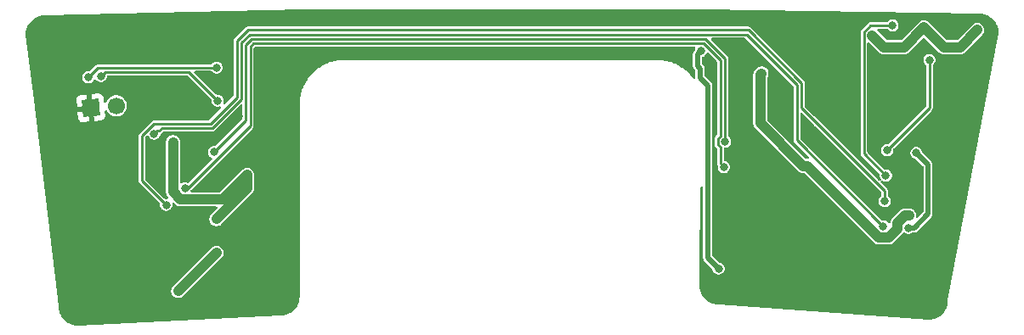
<source format=gbr>
%TF.GenerationSoftware,KiCad,Pcbnew,9.0.1*%
%TF.CreationDate,2025-06-09T02:25:26-04:00*%
%TF.ProjectId,Pneumatactors_1Xiao_3PiezoPumps_6Valves_Curved,506e6575-6d61-4746-9163-746f72735f31,rev?*%
%TF.SameCoordinates,Original*%
%TF.FileFunction,Copper,L2,Bot*%
%TF.FilePolarity,Positive*%
%FSLAX46Y46*%
G04 Gerber Fmt 4.6, Leading zero omitted, Abs format (unit mm)*
G04 Created by KiCad (PCBNEW 9.0.1) date 2025-06-09 02:25:26*
%MOMM*%
%LPD*%
G01*
G04 APERTURE LIST*
G04 Aperture macros list*
%AMRotRect*
0 Rectangle, with rotation*
0 The origin of the aperture is its center*
0 $1 length*
0 $2 width*
0 $3 Rotation angle, in degrees counterclockwise*
0 Add horizontal line*
21,1,$1,$2,0,0,$3*%
G04 Aperture macros list end*
%TA.AperFunction,ComponentPad*%
%ADD10RotRect,1.700000X1.700000X95.000000*%
%TD*%
%TA.AperFunction,ComponentPad*%
%ADD11C,1.700000*%
%TD*%
%TA.AperFunction,ViaPad*%
%ADD12C,0.800000*%
%TD*%
%TA.AperFunction,Conductor*%
%ADD13C,1.000000*%
%TD*%
%TA.AperFunction,Conductor*%
%ADD14C,0.500000*%
%TD*%
%TA.AperFunction,Conductor*%
%ADD15C,0.250000*%
%TD*%
G04 APERTURE END LIST*
D10*
%TO.P,J1,1,Pin_1*%
%TO.N,GND*%
X145551665Y-65753375D03*
D11*
%TO.P,J1,2,Pin_2*%
%TO.N,5V*%
X148082000Y-65532000D03*
%TD*%
D12*
%TO.N,5V*%
X227072468Y-76476408D03*
X154262111Y-84034389D03*
X212389561Y-62313258D03*
X158066500Y-80230000D03*
X212389561Y-62313258D03*
%TO.N,Net-(D3-A)*%
X227797564Y-70242332D03*
X227007048Y-77724695D03*
%TO.N,Net-(D4-A)*%
X158066500Y-76864000D03*
X161150700Y-72441000D03*
X153748500Y-69177000D03*
%TO.N,GND*%
X219964000Y-71374000D03*
X213360000Y-66802000D03*
X216408000Y-72644000D03*
X164592000Y-65786000D03*
X230378000Y-61468000D03*
X224790000Y-61214000D03*
X220980000Y-82042000D03*
X211836000Y-70358000D03*
X214376000Y-57658000D03*
X162306000Y-60452000D03*
X156210000Y-70612000D03*
X154178000Y-85598000D03*
X143256000Y-72644000D03*
X155956000Y-56896000D03*
X145796000Y-58674000D03*
X210185000Y-62230000D03*
X217170000Y-67564000D03*
X224383600Y-65582800D03*
X212344000Y-77724000D03*
X159207200Y-60553600D03*
X160274000Y-66548000D03*
X163830000Y-71628000D03*
X227584000Y-68580000D03*
X144272000Y-82042000D03*
X163576000Y-81534000D03*
X167386000Y-61214000D03*
X229362000Y-85598000D03*
X141732000Y-64516000D03*
X218948000Y-65278000D03*
X229870000Y-68580000D03*
X227330000Y-63246000D03*
X211836000Y-82804000D03*
X221488000Y-67818000D03*
X217424000Y-60198000D03*
%TO.N,SDA*%
X158089600Y-61722000D03*
X145311900Y-62692392D03*
X224772532Y-72503449D03*
X225433470Y-57522530D03*
%TO.N,SCL*%
X224905466Y-69966930D03*
X158191200Y-65024000D03*
X146557144Y-62583448D03*
X229108000Y-60960000D03*
%TO.N,3V3*%
X223413205Y-58526795D03*
X228572575Y-57728125D03*
X233858823Y-57982125D03*
%TO.N,Net-(D1-K)*%
X206344135Y-60052250D03*
X208097953Y-81803514D03*
%TO.N,V3*%
X224506666Y-77576487D03*
X151873500Y-68326000D03*
%TO.N,V4*%
X224639599Y-75039968D03*
X153065000Y-75438000D03*
%TO.N,V5*%
X208762619Y-69120919D03*
X157812500Y-70160000D03*
%TO.N,V6*%
X208629686Y-71657438D03*
X154940000Y-73782000D03*
%TD*%
D13*
%TO.N,5V*%
X216916129Y-71543000D02*
X224050616Y-78677487D01*
X216543950Y-71543000D02*
X216916129Y-71543000D01*
X212389561Y-62313258D02*
X212259000Y-62443819D01*
X225906048Y-77268645D02*
X226698285Y-76476408D01*
X226698285Y-76476408D02*
X227072468Y-76476408D01*
X154262111Y-84034389D02*
X158066500Y-80230000D01*
X224050616Y-78677487D02*
X225054161Y-78677487D01*
X212259000Y-62443819D02*
X212259000Y-67258050D01*
X212259000Y-67258050D02*
X216543950Y-71543000D01*
X225906048Y-77825600D02*
X225906048Y-77268645D01*
X225054161Y-78677487D02*
X225906048Y-77825600D01*
D14*
%TO.N,Net-(D3-A)*%
X228955600Y-76352400D02*
X227583305Y-77724695D01*
X227583305Y-77724695D02*
X227007048Y-77724695D01*
X227797564Y-70242332D02*
X228955600Y-71400368D01*
X228955600Y-71400368D02*
X228955600Y-76352400D01*
D13*
%TO.N,Net-(D4-A)*%
X161150700Y-72441000D02*
X161150700Y-73779800D01*
X158708700Y-74883000D02*
X154483950Y-74883000D01*
X161150700Y-73779800D02*
X158066500Y-76864000D01*
X153748500Y-74147550D02*
X153748500Y-69177000D01*
X161150700Y-72441000D02*
X158708700Y-74883000D01*
X154483950Y-74883000D02*
X153748500Y-74147550D01*
D15*
%TO.N,SDA*%
X225433470Y-57522530D02*
X223249330Y-57522530D01*
X222587205Y-58184655D02*
X222587205Y-70318122D01*
X223249330Y-57522530D02*
X222587205Y-58184655D01*
X146282292Y-61722000D02*
X145311900Y-62692392D01*
X222587205Y-70318122D02*
X224772532Y-72503449D01*
X158089600Y-61722000D02*
X146282292Y-61722000D01*
%TO.N,SCL*%
X146967592Y-62173000D02*
X146557144Y-62583448D01*
X229108000Y-60960000D02*
X229108000Y-65764396D01*
X229108000Y-65764396D02*
X224905466Y-69966930D01*
X158191200Y-65024000D02*
X155340200Y-62173000D01*
X155340200Y-62173000D02*
X146967592Y-62173000D01*
D13*
%TO.N,3V3*%
X224576410Y-59690000D02*
X226610700Y-59690000D01*
X232150948Y-59690000D02*
X233858823Y-57982125D01*
X226610700Y-59690000D02*
X228572575Y-57728125D01*
X230534450Y-59690000D02*
X232150948Y-59690000D01*
X228572575Y-57728125D02*
X230534450Y-59690000D01*
X223413205Y-58526795D02*
X224576410Y-59690000D01*
D14*
%TO.N,Net-(D1-K)*%
X205994000Y-60402385D02*
X205994000Y-61551378D01*
X207010000Y-80715561D02*
X208097953Y-81803514D01*
X206248000Y-61805378D02*
X206248000Y-62738000D01*
X206248000Y-62738000D02*
X207010000Y-63500000D01*
X207010000Y-63500000D02*
X207010000Y-80715561D01*
X206344135Y-60052250D02*
X205994000Y-60402385D01*
X205994000Y-61551378D02*
X206248000Y-61805378D01*
D15*
%TO.N,V3*%
X160555213Y-64866977D02*
X160555213Y-59255376D01*
X160555213Y-59255376D02*
X161390589Y-58420000D01*
X215900000Y-63426610D02*
X215900000Y-68969821D01*
X152651030Y-67761000D02*
X157661190Y-67761000D01*
X151873500Y-68326000D02*
X152148500Y-68051000D01*
X161390589Y-58420000D02*
X210893390Y-58420000D01*
X210893390Y-58420000D02*
X215900000Y-63426610D01*
X215900000Y-68969821D02*
X224506666Y-77576487D01*
X152148500Y-68051000D02*
X152361030Y-68051000D01*
X152361030Y-68051000D02*
X152651030Y-67761000D01*
X157661190Y-67761000D02*
X160555213Y-64866977D01*
%TO.N,V4*%
X224639599Y-74017599D02*
X217896000Y-67274000D01*
X216351000Y-65729000D02*
X216351000Y-63239800D01*
X161203779Y-57969000D02*
X160104213Y-59068566D01*
X217896000Y-67263280D02*
X217470720Y-66838000D01*
X224639599Y-75039968D02*
X224639599Y-74017599D01*
X160104213Y-64680167D02*
X157474380Y-67310000D01*
X211080200Y-57969000D02*
X161203779Y-57969000D01*
X151862780Y-67310000D02*
X150628213Y-68544567D01*
X217896000Y-67274000D02*
X217896000Y-67263280D01*
X150628213Y-73001213D02*
X153065000Y-75438000D01*
X157474380Y-67310000D02*
X151862780Y-67310000D01*
X150628213Y-68544567D02*
X150628213Y-73001213D01*
X217460000Y-66838000D02*
X216351000Y-65729000D01*
X217470720Y-66838000D02*
X217460000Y-66838000D01*
X160104213Y-59068566D02*
X160104213Y-64680167D01*
X216351000Y-63239800D02*
X211080200Y-57969000D01*
%TO.N,V5*%
X161006213Y-59442186D02*
X161006213Y-66966287D01*
X206826000Y-58871000D02*
X161577399Y-58871000D01*
X161006213Y-66966287D02*
X157812500Y-70160000D01*
X161577399Y-58871000D02*
X161006213Y-59442186D01*
X208762619Y-60807619D02*
X206826000Y-58871000D01*
X208762619Y-69120919D02*
X208762619Y-60807619D01*
%TO.N,V6*%
X208036619Y-68820199D02*
X208280000Y-68576818D01*
X206639190Y-59322000D02*
X161764209Y-59322000D01*
X208280000Y-69665020D02*
X208036619Y-69421639D01*
X208280000Y-60962810D02*
X206639190Y-59322000D01*
X161457213Y-67542007D02*
X155217220Y-73782000D01*
X208280000Y-71307752D02*
X208280000Y-69665020D01*
X161457213Y-59628996D02*
X161457213Y-67542007D01*
X161764209Y-59322000D02*
X161457213Y-59628996D01*
X155217220Y-73782000D02*
X154940000Y-73782000D01*
X208629686Y-71657438D02*
X208280000Y-71307752D01*
X208280000Y-68576818D02*
X208280000Y-60962810D01*
X208036619Y-69421639D02*
X208036619Y-68820199D01*
%TD*%
%TA.AperFunction,Conductor*%
%TO.N,GND*%
G36*
X206503050Y-55880516D02*
G01*
X234060299Y-56337695D01*
X234060340Y-56337708D01*
X234060423Y-56337697D01*
X234061333Y-56337712D01*
X234109089Y-56338557D01*
X234115005Y-56338803D01*
X234130438Y-56339814D01*
X234333130Y-56353095D01*
X234342615Y-56354087D01*
X234387031Y-56360472D01*
X234393513Y-56361581D01*
X234584463Y-56399560D01*
X234595162Y-56402189D01*
X234630430Y-56412545D01*
X234635241Y-56414066D01*
X234828237Y-56479577D01*
X234839863Y-56484192D01*
X234856195Y-56491650D01*
X234859504Y-56493221D01*
X235055937Y-56590089D01*
X235069978Y-56598197D01*
X235263601Y-56727571D01*
X235276470Y-56737445D01*
X235451547Y-56890983D01*
X235463016Y-56902452D01*
X235616554Y-57077529D01*
X235626428Y-57090398D01*
X235755802Y-57284021D01*
X235763913Y-57298068D01*
X235860773Y-57494485D01*
X235862355Y-57497817D01*
X235869802Y-57514124D01*
X235874427Y-57525778D01*
X235939915Y-57718706D01*
X235941473Y-57723631D01*
X235951802Y-57758811D01*
X235954442Y-57769554D01*
X235992411Y-57960455D01*
X235993531Y-57966999D01*
X235999908Y-58011356D01*
X236000905Y-58020893D01*
X236014428Y-58227267D01*
X236012519Y-58258493D01*
X230942700Y-84974805D01*
X230935462Y-84988944D01*
X230935462Y-85001355D01*
X230935357Y-85006461D01*
X230934521Y-85026746D01*
X230934218Y-85027639D01*
X230934361Y-85029748D01*
X230920905Y-85235104D01*
X230919908Y-85244641D01*
X230913531Y-85289000D01*
X230912411Y-85295544D01*
X230874444Y-85486435D01*
X230871804Y-85497179D01*
X230861469Y-85532379D01*
X230859911Y-85537303D01*
X230794426Y-85730221D01*
X230789802Y-85741872D01*
X230782354Y-85758182D01*
X230780771Y-85761517D01*
X230683913Y-85957931D01*
X230675802Y-85971978D01*
X230546428Y-86165601D01*
X230536554Y-86178470D01*
X230383016Y-86353547D01*
X230371547Y-86365016D01*
X230196470Y-86518554D01*
X230183601Y-86528428D01*
X229989978Y-86657802D01*
X229975931Y-86665913D01*
X229779499Y-86762780D01*
X229776167Y-86764362D01*
X229759882Y-86771799D01*
X229748228Y-86776424D01*
X229555289Y-86841916D01*
X229550366Y-86843473D01*
X229515198Y-86853799D01*
X229504453Y-86856440D01*
X229313550Y-86894410D01*
X229307006Y-86895530D01*
X229262648Y-86901907D01*
X229253111Y-86902904D01*
X229039553Y-86916898D01*
X229022439Y-86916836D01*
X208149613Y-85396854D01*
X208140555Y-85393462D01*
X208107107Y-85393462D01*
X208098999Y-85393197D01*
X207880893Y-85378905D01*
X207871355Y-85377908D01*
X207827000Y-85371531D01*
X207820457Y-85370411D01*
X207629563Y-85332444D01*
X207618819Y-85329804D01*
X207583619Y-85319469D01*
X207578695Y-85317911D01*
X207385777Y-85252426D01*
X207374126Y-85247802D01*
X207357816Y-85240354D01*
X207354481Y-85238771D01*
X207158068Y-85141913D01*
X207144021Y-85133802D01*
X206950398Y-85004428D01*
X206937529Y-84994554D01*
X206762452Y-84841016D01*
X206750983Y-84829547D01*
X206597445Y-84654470D01*
X206587571Y-84641601D01*
X206458197Y-84447978D01*
X206450089Y-84433937D01*
X206353212Y-84237485D01*
X206351638Y-84234168D01*
X206344201Y-84217884D01*
X206339578Y-84206240D01*
X206274066Y-84013238D01*
X206272540Y-84008416D01*
X206262195Y-83973184D01*
X206259561Y-83962467D01*
X206221582Y-83771517D01*
X206220475Y-83765047D01*
X206214087Y-83720623D01*
X206213095Y-83711131D01*
X206198849Y-83493732D01*
X206198593Y-83484197D01*
X206213747Y-82172231D01*
X206311508Y-73708107D01*
X206331966Y-73641300D01*
X206385295Y-73596158D01*
X206454563Y-73587014D01*
X206517780Y-73616771D01*
X206554873Y-73675982D01*
X206559500Y-73709540D01*
X206559500Y-80774871D01*
X206574405Y-80830500D01*
X206574406Y-80830500D01*
X206590201Y-80889449D01*
X206619856Y-80940811D01*
X206649511Y-80992175D01*
X206649513Y-80992177D01*
X207461252Y-81803916D01*
X207494737Y-81865239D01*
X207496509Y-81875407D01*
X207497451Y-81882564D01*
X207538376Y-82035297D01*
X207538379Y-82035304D01*
X207617428Y-82172223D01*
X207617432Y-82172228D01*
X207617433Y-82172230D01*
X207729237Y-82284034D01*
X207729239Y-82284035D01*
X207729243Y-82284038D01*
X207866162Y-82363087D01*
X207866169Y-82363091D01*
X208018896Y-82404014D01*
X208018898Y-82404014D01*
X208177008Y-82404014D01*
X208177010Y-82404014D01*
X208329737Y-82363091D01*
X208466669Y-82284034D01*
X208578473Y-82172230D01*
X208657530Y-82035298D01*
X208698453Y-81882571D01*
X208698453Y-81724457D01*
X208657530Y-81571730D01*
X208657526Y-81571723D01*
X208578477Y-81434804D01*
X208578471Y-81434796D01*
X208466670Y-81322995D01*
X208466662Y-81322989D01*
X208329743Y-81243940D01*
X208329739Y-81243938D01*
X208329737Y-81243937D01*
X208177010Y-81203014D01*
X208177003Y-81203012D01*
X208169846Y-81202070D01*
X208105950Y-81173801D01*
X208098355Y-81166813D01*
X207496819Y-80565277D01*
X207463334Y-80503954D01*
X207460500Y-80477596D01*
X207460500Y-63440693D01*
X207460500Y-63440691D01*
X207429799Y-63326114D01*
X207429799Y-63326113D01*
X207429799Y-63326112D01*
X207370492Y-63223389D01*
X207370488Y-63223384D01*
X206734819Y-62587715D01*
X206701334Y-62526392D01*
X206698500Y-62500034D01*
X206698500Y-61746071D01*
X206698500Y-61746069D01*
X206676159Y-61662691D01*
X206670867Y-61642942D01*
X206670866Y-61642939D01*
X206667799Y-61631491D01*
X206608489Y-61528764D01*
X206480819Y-61401094D01*
X206447334Y-61339771D01*
X206444500Y-61313413D01*
X206444500Y-60742188D01*
X206464185Y-60675149D01*
X206516989Y-60629394D01*
X206536403Y-60622414D01*
X206575919Y-60611827D01*
X206712851Y-60532770D01*
X206824655Y-60420966D01*
X206842244Y-60390500D01*
X206907776Y-60276996D01*
X206909872Y-60278206D01*
X206945995Y-60233373D01*
X207012288Y-60211302D01*
X207079989Y-60228575D01*
X207104406Y-60247542D01*
X207918181Y-61061317D01*
X207951666Y-61122640D01*
X207954500Y-61148998D01*
X207954500Y-68390629D01*
X207934815Y-68457668D01*
X207918181Y-68478310D01*
X207776156Y-68620334D01*
X207776154Y-68620337D01*
X207733301Y-68694560D01*
X207719939Y-68744429D01*
X207719939Y-68744430D01*
X207719938Y-68744429D01*
X207711119Y-68777344D01*
X207711119Y-68777346D01*
X207711119Y-69378786D01*
X207711119Y-69464492D01*
X207716992Y-69486410D01*
X207733301Y-69547279D01*
X207738830Y-69556855D01*
X207776154Y-69621501D01*
X207918182Y-69763528D01*
X207951666Y-69824849D01*
X207954500Y-69851208D01*
X207954500Y-71350604D01*
X207976683Y-71433394D01*
X208013934Y-71497914D01*
X208030407Y-71565814D01*
X208029487Y-71576096D01*
X208029186Y-71578380D01*
X208029186Y-71578381D01*
X208029186Y-71736495D01*
X208051622Y-71820225D01*
X208070109Y-71889221D01*
X208070112Y-71889228D01*
X208149161Y-72026147D01*
X208149165Y-72026152D01*
X208149166Y-72026154D01*
X208260970Y-72137958D01*
X208260972Y-72137959D01*
X208260976Y-72137962D01*
X208397895Y-72217011D01*
X208397902Y-72217015D01*
X208550629Y-72257938D01*
X208550631Y-72257938D01*
X208708741Y-72257938D01*
X208708743Y-72257938D01*
X208861470Y-72217015D01*
X208998402Y-72137958D01*
X209110206Y-72026154D01*
X209189263Y-71889222D01*
X209230186Y-71736495D01*
X209230186Y-71578381D01*
X209189263Y-71425654D01*
X209145934Y-71350605D01*
X209110210Y-71288728D01*
X209110204Y-71288720D01*
X208998403Y-71176919D01*
X208998395Y-71176913D01*
X208861476Y-71097864D01*
X208861472Y-71097862D01*
X208861470Y-71097861D01*
X208708743Y-71056938D01*
X208708742Y-71056938D01*
X208700893Y-71054835D01*
X208701559Y-71052346D01*
X208649390Y-71029249D01*
X208610936Y-70970913D01*
X208605500Y-70934600D01*
X208605500Y-69845419D01*
X208625185Y-69778380D01*
X208677989Y-69732625D01*
X208729500Y-69721419D01*
X208841674Y-69721419D01*
X208841676Y-69721419D01*
X208994403Y-69680496D01*
X209131335Y-69601439D01*
X209243139Y-69489635D01*
X209322196Y-69352703D01*
X209363119Y-69199976D01*
X209363119Y-69041862D01*
X209322196Y-68889135D01*
X209320141Y-68885576D01*
X209243143Y-68752209D01*
X209243137Y-68752201D01*
X209125588Y-68634652D01*
X209127826Y-68632413D01*
X209095417Y-68587999D01*
X209088119Y-68546088D01*
X209088119Y-60764766D01*
X209088118Y-60764763D01*
X209078326Y-60728216D01*
X209065937Y-60681980D01*
X209023084Y-60607757D01*
X207372508Y-58957181D01*
X207339023Y-58895858D01*
X207344007Y-58826166D01*
X207385879Y-58770233D01*
X207451343Y-58745816D01*
X207460189Y-58745500D01*
X210707201Y-58745500D01*
X210774240Y-58765185D01*
X210794882Y-58781819D01*
X215538181Y-63525117D01*
X215571666Y-63586440D01*
X215574500Y-63612798D01*
X215574500Y-69012673D01*
X215596682Y-69095461D01*
X215603924Y-69108004D01*
X215639535Y-69169683D01*
X215639536Y-69169684D01*
X215639537Y-69169685D01*
X217104557Y-70634705D01*
X217138042Y-70696028D01*
X217133058Y-70765720D01*
X217091186Y-70821653D01*
X217025722Y-70846070D01*
X217013211Y-70846332D01*
X217002846Y-70846025D01*
X216985123Y-70842500D01*
X216985122Y-70842500D01*
X216883629Y-70842500D01*
X216881803Y-70842446D01*
X216850251Y-70832159D01*
X216818429Y-70822815D01*
X216816280Y-70821083D01*
X216815374Y-70820788D01*
X216814337Y-70819518D01*
X216797787Y-70806181D01*
X212995819Y-67004212D01*
X212962334Y-66942889D01*
X212959500Y-66916531D01*
X212959500Y-62758764D01*
X212979185Y-62691725D01*
X212980329Y-62689976D01*
X213010336Y-62645069D01*
X213063141Y-62517587D01*
X213090060Y-62382252D01*
X213090060Y-62244264D01*
X213063141Y-62108930D01*
X213010336Y-61981447D01*
X212933675Y-61866715D01*
X212933673Y-61866712D01*
X212836106Y-61769145D01*
X212770434Y-61725265D01*
X212721372Y-61692483D01*
X212721369Y-61692481D01*
X212721368Y-61692481D01*
X212593892Y-61639679D01*
X212593890Y-61639678D01*
X212593889Y-61639678D01*
X212593884Y-61639677D01*
X212593880Y-61639676D01*
X212458559Y-61612759D01*
X212458555Y-61612759D01*
X212320567Y-61612759D01*
X212320562Y-61612759D01*
X212185239Y-61639676D01*
X212185229Y-61639679D01*
X212057751Y-61692482D01*
X211943015Y-61769145D01*
X211714887Y-61997273D01*
X211638222Y-62112011D01*
X211585421Y-62239486D01*
X211585418Y-62239498D01*
X211568673Y-62323682D01*
X211558891Y-62372862D01*
X211558500Y-62374826D01*
X211558500Y-67189056D01*
X211558500Y-67327044D01*
X211558500Y-67327046D01*
X211558499Y-67327046D01*
X211585418Y-67462372D01*
X211585421Y-67462382D01*
X211638222Y-67589857D01*
X211714885Y-67704592D01*
X211714888Y-67704596D01*
X215999836Y-71989542D01*
X216097408Y-72087114D01*
X216097409Y-72087115D01*
X216212132Y-72163771D01*
X216212136Y-72163773D01*
X216212139Y-72163775D01*
X216286816Y-72194707D01*
X216339621Y-72216580D01*
X216366541Y-72221934D01*
X216463580Y-72241237D01*
X216474956Y-72243500D01*
X216474957Y-72243500D01*
X216574610Y-72243500D01*
X216641649Y-72263185D01*
X216662291Y-72279819D01*
X223604069Y-79221598D01*
X223604070Y-79221599D01*
X223718806Y-79298263D01*
X223817406Y-79339104D01*
X223846287Y-79351067D01*
X223846288Y-79351067D01*
X223846293Y-79351069D01*
X223873161Y-79356412D01*
X223873167Y-79356413D01*
X223873207Y-79356421D01*
X223963553Y-79374392D01*
X223981622Y-79377987D01*
X223981623Y-79377987D01*
X225123157Y-79377987D01*
X225231618Y-79356412D01*
X225258489Y-79351067D01*
X225322230Y-79324664D01*
X225385968Y-79298264D01*
X225385969Y-79298263D01*
X225385972Y-79298262D01*
X225500704Y-79221601D01*
X226450162Y-78272143D01*
X226470291Y-78242016D01*
X226523901Y-78197211D01*
X226593226Y-78188502D01*
X226635393Y-78203519D01*
X226754257Y-78272144D01*
X226775264Y-78284272D01*
X226927991Y-78325195D01*
X226927993Y-78325195D01*
X227086103Y-78325195D01*
X227086105Y-78325195D01*
X227238832Y-78284272D01*
X227375764Y-78205215D01*
X227375769Y-78205209D01*
X227381491Y-78200820D01*
X227446660Y-78175625D01*
X227456979Y-78175195D01*
X227642613Y-78175195D01*
X227642614Y-78175195D01*
X227732978Y-78150981D01*
X227757192Y-78144494D01*
X227859919Y-78085184D01*
X229316089Y-76629014D01*
X229375399Y-76526287D01*
X229383706Y-76495284D01*
X229406100Y-76411709D01*
X229406100Y-71341059D01*
X229375399Y-71226482D01*
X229375399Y-71226481D01*
X229316089Y-71123754D01*
X228434264Y-70241929D01*
X228400779Y-70180606D01*
X228399006Y-70170431D01*
X228398064Y-70163277D01*
X228398064Y-70163275D01*
X228357141Y-70010548D01*
X228309603Y-69928209D01*
X228278088Y-69873622D01*
X228278082Y-69873614D01*
X228166281Y-69761813D01*
X228166273Y-69761807D01*
X228029354Y-69682758D01*
X228029350Y-69682756D01*
X228029348Y-69682755D01*
X227876621Y-69641832D01*
X227718507Y-69641832D01*
X227565780Y-69682755D01*
X227565773Y-69682758D01*
X227428854Y-69761807D01*
X227428846Y-69761813D01*
X227317045Y-69873614D01*
X227317039Y-69873622D01*
X227237990Y-70010541D01*
X227237987Y-70010548D01*
X227197064Y-70163275D01*
X227197064Y-70321389D01*
X227230842Y-70447448D01*
X227237987Y-70474115D01*
X227237990Y-70474122D01*
X227317039Y-70611041D01*
X227317043Y-70611046D01*
X227317044Y-70611048D01*
X227428848Y-70722852D01*
X227428850Y-70722853D01*
X227428854Y-70722856D01*
X227503098Y-70765720D01*
X227565780Y-70801909D01*
X227718507Y-70842832D01*
X227718509Y-70842832D01*
X227725663Y-70843774D01*
X227789560Y-70872039D01*
X227797161Y-70879032D01*
X228468781Y-71550652D01*
X228502266Y-71611975D01*
X228505100Y-71638333D01*
X228505100Y-76114435D01*
X228485415Y-76181474D01*
X228468781Y-76202116D01*
X227974480Y-76696416D01*
X227913157Y-76729901D01*
X227843465Y-76724917D01*
X227787532Y-76683045D01*
X227763115Y-76617581D01*
X227765182Y-76584542D01*
X227772968Y-76545402D01*
X227772968Y-76407412D01*
X227746049Y-76272085D01*
X227746048Y-76272084D01*
X227746048Y-76272080D01*
X227708518Y-76181474D01*
X227693246Y-76144603D01*
X227693239Y-76144590D01*
X227616582Y-76029866D01*
X227616579Y-76029862D01*
X227519012Y-75932295D01*
X227519009Y-75932293D01*
X227404285Y-75855636D01*
X227404272Y-75855629D01*
X227276800Y-75802829D01*
X227276790Y-75802826D01*
X227141463Y-75775908D01*
X227141461Y-75775908D01*
X226629292Y-75775908D01*
X226629288Y-75775908D01*
X226520875Y-75797473D01*
X226520874Y-75797473D01*
X226507416Y-75800150D01*
X226493958Y-75802827D01*
X226456615Y-75818295D01*
X226366475Y-75855632D01*
X226366471Y-75855634D01*
X226251747Y-75932290D01*
X226251744Y-75932292D01*
X226251742Y-75932295D01*
X225361936Y-76822098D01*
X225361935Y-76822099D01*
X225312420Y-76896206D01*
X225312419Y-76896207D01*
X225285271Y-76936836D01*
X225232469Y-77064312D01*
X225232466Y-77064322D01*
X225212667Y-77163860D01*
X225180282Y-77225771D01*
X225119566Y-77260345D01*
X225049797Y-77256605D01*
X224993125Y-77215738D01*
X224991888Y-77213899D01*
X224987184Y-77207769D01*
X224875383Y-77095968D01*
X224875375Y-77095962D01*
X224738456Y-77016913D01*
X224738452Y-77016911D01*
X224738450Y-77016910D01*
X224585723Y-76975987D01*
X224427609Y-76975987D01*
X224419482Y-76975987D01*
X224419482Y-76972821D01*
X224365159Y-76964333D01*
X224330362Y-76939857D01*
X216261819Y-68871313D01*
X216228334Y-68809990D01*
X216225500Y-68783632D01*
X216225500Y-66363188D01*
X216245185Y-66296149D01*
X216297989Y-66250394D01*
X216367147Y-66240450D01*
X216430703Y-66269475D01*
X216437181Y-66275507D01*
X217199533Y-67037859D01*
X217199535Y-67037862D01*
X217260138Y-67098465D01*
X217282482Y-67111365D01*
X217292049Y-67119925D01*
X217293107Y-67121630D01*
X217297046Y-67124653D01*
X217609346Y-67436952D01*
X217629052Y-67462633D01*
X217635536Y-67473864D01*
X224277780Y-74116107D01*
X224311265Y-74177430D01*
X224314099Y-74203788D01*
X224314099Y-74465137D01*
X224294414Y-74532176D01*
X224275581Y-74552652D01*
X224276630Y-74553701D01*
X224159080Y-74671250D01*
X224159074Y-74671258D01*
X224080025Y-74808177D01*
X224080022Y-74808184D01*
X224039099Y-74960911D01*
X224039099Y-75119025D01*
X224078719Y-75266887D01*
X224080022Y-75271751D01*
X224080025Y-75271758D01*
X224159074Y-75408677D01*
X224159078Y-75408682D01*
X224159079Y-75408684D01*
X224270883Y-75520488D01*
X224270885Y-75520489D01*
X224270889Y-75520492D01*
X224380024Y-75583500D01*
X224407815Y-75599545D01*
X224560542Y-75640468D01*
X224560544Y-75640468D01*
X224718654Y-75640468D01*
X224718656Y-75640468D01*
X224871383Y-75599545D01*
X225008315Y-75520488D01*
X225120119Y-75408684D01*
X225199176Y-75271752D01*
X225240099Y-75119025D01*
X225240099Y-74960911D01*
X225199176Y-74808184D01*
X225179733Y-74774508D01*
X225120123Y-74671258D01*
X225120117Y-74671250D01*
X225002568Y-74553701D01*
X225004806Y-74551462D01*
X224972397Y-74507048D01*
X224965099Y-74465137D01*
X224965099Y-73974748D01*
X224965099Y-73974746D01*
X224942917Y-73891961D01*
X224942917Y-73891960D01*
X224900064Y-73817737D01*
X224271239Y-73188912D01*
X224237754Y-73127589D01*
X224242738Y-73057897D01*
X224284610Y-73001964D01*
X224350074Y-72977547D01*
X224418347Y-72992399D01*
X224420920Y-72993844D01*
X224439794Y-73004741D01*
X224540748Y-73063026D01*
X224693475Y-73103949D01*
X224693477Y-73103949D01*
X224851587Y-73103949D01*
X224851589Y-73103949D01*
X225004316Y-73063026D01*
X225141248Y-72983969D01*
X225253052Y-72872165D01*
X225332109Y-72735233D01*
X225373032Y-72582506D01*
X225373032Y-72424392D01*
X225332109Y-72271665D01*
X225315848Y-72243500D01*
X225253056Y-72134739D01*
X225253050Y-72134731D01*
X225141249Y-72022930D01*
X225141241Y-72022924D01*
X225004322Y-71943875D01*
X225004318Y-71943873D01*
X225004316Y-71943872D01*
X224851589Y-71902949D01*
X224693475Y-71902949D01*
X224685348Y-71902949D01*
X224685348Y-71899781D01*
X224631036Y-71891300D01*
X224596229Y-71866819D01*
X222949024Y-70219614D01*
X222915539Y-70158291D01*
X222912705Y-70131933D01*
X222912705Y-69887873D01*
X224304966Y-69887873D01*
X224304966Y-70045987D01*
X224341758Y-70183295D01*
X224345889Y-70198713D01*
X224345892Y-70198720D01*
X224424941Y-70335639D01*
X224424945Y-70335644D01*
X224424946Y-70335646D01*
X224536750Y-70447450D01*
X224536752Y-70447451D01*
X224536756Y-70447454D01*
X224658923Y-70517986D01*
X224673682Y-70526507D01*
X224826409Y-70567430D01*
X224826411Y-70567430D01*
X224984521Y-70567430D01*
X224984523Y-70567430D01*
X225137250Y-70526507D01*
X225274182Y-70447450D01*
X225385986Y-70335646D01*
X225465043Y-70198714D01*
X225505966Y-70045987D01*
X225505966Y-69887873D01*
X225505966Y-69879745D01*
X225509146Y-69879745D01*
X225517578Y-69825509D01*
X225542092Y-69790629D01*
X229297652Y-66035068D01*
X229297657Y-66035065D01*
X229307860Y-66024861D01*
X229307862Y-66024861D01*
X229368465Y-65964258D01*
X229411318Y-65890034D01*
X229420802Y-65854639D01*
X229433501Y-65807248D01*
X229433501Y-65721543D01*
X229433500Y-65721539D01*
X229433500Y-61534830D01*
X229453185Y-61467791D01*
X229472022Y-61447320D01*
X229470969Y-61446267D01*
X229528057Y-61389179D01*
X229588520Y-61328716D01*
X229667577Y-61191784D01*
X229708500Y-61039057D01*
X229708500Y-60880943D01*
X229667577Y-60728216D01*
X229636939Y-60675149D01*
X229588524Y-60591290D01*
X229588518Y-60591282D01*
X229476717Y-60479481D01*
X229476709Y-60479475D01*
X229339790Y-60400426D01*
X229339786Y-60400424D01*
X229339784Y-60400423D01*
X229187057Y-60359500D01*
X229028943Y-60359500D01*
X228876216Y-60400423D01*
X228876209Y-60400426D01*
X228739290Y-60479475D01*
X228739282Y-60479481D01*
X228627481Y-60591282D01*
X228627475Y-60591290D01*
X228548426Y-60728209D01*
X228548423Y-60728216D01*
X228507500Y-60880943D01*
X228507500Y-61039057D01*
X228547040Y-61186620D01*
X228548423Y-61191783D01*
X228548426Y-61191790D01*
X228627475Y-61328709D01*
X228627481Y-61328717D01*
X228745031Y-61446267D01*
X228742785Y-61448512D01*
X228775179Y-61492855D01*
X228782500Y-61534830D01*
X228782500Y-65578206D01*
X228762815Y-65645245D01*
X228746181Y-65665887D01*
X225081767Y-69330300D01*
X225020444Y-69363785D01*
X224992650Y-69364944D01*
X224992650Y-69366430D01*
X224826409Y-69366430D01*
X224673682Y-69407353D01*
X224673675Y-69407356D01*
X224536756Y-69486405D01*
X224536748Y-69486411D01*
X224424947Y-69598212D01*
X224424941Y-69598220D01*
X224345892Y-69735139D01*
X224345889Y-69735146D01*
X224304966Y-69887873D01*
X222912705Y-69887873D01*
X222912705Y-59316314D01*
X222932390Y-59249275D01*
X222985194Y-59203520D01*
X223054352Y-59193576D01*
X223117908Y-59222601D01*
X223124386Y-59228633D01*
X224129867Y-60234114D01*
X224175822Y-60264819D01*
X224244599Y-60310775D01*
X224322581Y-60343076D01*
X224328167Y-60345390D01*
X224328173Y-60345393D01*
X224362231Y-60359500D01*
X224372081Y-60363580D01*
X224372090Y-60363581D01*
X224372091Y-60363582D01*
X224398955Y-60368925D01*
X224398961Y-60368926D01*
X224399001Y-60368934D01*
X224489347Y-60386905D01*
X224507416Y-60390500D01*
X224507417Y-60390500D01*
X226679696Y-60390500D01*
X226788157Y-60368925D01*
X226815028Y-60363580D01*
X226878769Y-60337177D01*
X226942507Y-60310777D01*
X226942508Y-60310776D01*
X226942511Y-60310775D01*
X227057243Y-60234114D01*
X228484894Y-58806463D01*
X228546217Y-58772978D01*
X228615909Y-58777962D01*
X228660256Y-58806463D01*
X230087903Y-60234111D01*
X230087904Y-60234112D01*
X230202640Y-60310776D01*
X230280615Y-60343074D01*
X230330121Y-60363580D01*
X230330122Y-60363580D01*
X230330127Y-60363582D01*
X230356995Y-60368925D01*
X230357001Y-60368926D01*
X230357041Y-60368934D01*
X230447387Y-60386905D01*
X230465456Y-60390500D01*
X230465457Y-60390500D01*
X232219944Y-60390500D01*
X232328405Y-60368925D01*
X232355276Y-60363580D01*
X232419017Y-60337177D01*
X232482755Y-60310777D01*
X232482756Y-60310776D01*
X232482759Y-60310775D01*
X232597491Y-60234114D01*
X234402937Y-58428668D01*
X234479598Y-58313936D01*
X234532403Y-58186453D01*
X234545991Y-58118144D01*
X234559323Y-58051121D01*
X234559323Y-57913128D01*
X234532404Y-57777802D01*
X234532403Y-57777801D01*
X234532403Y-57777797D01*
X234503714Y-57708535D01*
X234479600Y-57650317D01*
X234402935Y-57535579D01*
X234305368Y-57438012D01*
X234190630Y-57361347D01*
X234063155Y-57308546D01*
X234063145Y-57308543D01*
X233927819Y-57281625D01*
X233927817Y-57281625D01*
X233789829Y-57281625D01*
X233789827Y-57281625D01*
X233654500Y-57308543D01*
X233654490Y-57308546D01*
X233527015Y-57361347D01*
X233412277Y-57438012D01*
X233412276Y-57438013D01*
X231897110Y-58953181D01*
X231835787Y-58986666D01*
X231809429Y-58989500D01*
X230875969Y-58989500D01*
X230808930Y-58969815D01*
X230788288Y-58953181D01*
X229019121Y-57184013D01*
X229019120Y-57184012D01*
X228904382Y-57107347D01*
X228776907Y-57054546D01*
X228776897Y-57054543D01*
X228641571Y-57027625D01*
X228641569Y-57027625D01*
X228503581Y-57027625D01*
X228503576Y-57027625D01*
X228390697Y-57050078D01*
X228368248Y-57054544D01*
X228368244Y-57054545D01*
X228240765Y-57107348D01*
X228126029Y-57184012D01*
X228126028Y-57184013D01*
X226356862Y-58953181D01*
X226295539Y-58986666D01*
X226269181Y-58989500D01*
X224917929Y-58989500D01*
X224850890Y-58969815D01*
X224830248Y-58953181D01*
X223936779Y-58059711D01*
X223903294Y-57998388D01*
X223908278Y-57928696D01*
X223950150Y-57872763D01*
X224015614Y-57848346D01*
X224024460Y-57848030D01*
X224858640Y-57848030D01*
X224925679Y-57867715D01*
X224946149Y-57886552D01*
X224947203Y-57885499D01*
X224952950Y-57891246D01*
X225064754Y-58003050D01*
X225064756Y-58003051D01*
X225064760Y-58003054D01*
X225201679Y-58082103D01*
X225201686Y-58082107D01*
X225354413Y-58123030D01*
X225354415Y-58123030D01*
X225512525Y-58123030D01*
X225512527Y-58123030D01*
X225665254Y-58082107D01*
X225802186Y-58003050D01*
X225913990Y-57891246D01*
X225993047Y-57754314D01*
X226033970Y-57601587D01*
X226033970Y-57443473D01*
X225993047Y-57290746D01*
X225976488Y-57262065D01*
X225913994Y-57153820D01*
X225913988Y-57153812D01*
X225802187Y-57042011D01*
X225802179Y-57042005D01*
X225665260Y-56962956D01*
X225665256Y-56962954D01*
X225665254Y-56962953D01*
X225512527Y-56922030D01*
X225354413Y-56922030D01*
X225201686Y-56962953D01*
X225201679Y-56962956D01*
X225064760Y-57042005D01*
X225064752Y-57042011D01*
X224947203Y-57159561D01*
X224944957Y-57157315D01*
X224900615Y-57189709D01*
X224858640Y-57197030D01*
X223206477Y-57197030D01*
X223123689Y-57219212D01*
X223049468Y-57262065D01*
X223049465Y-57262067D01*
X222326742Y-57984790D01*
X222326740Y-57984793D01*
X222283888Y-58059013D01*
X222283887Y-58059015D01*
X222283887Y-58059016D01*
X222274379Y-58094500D01*
X222274378Y-58094501D01*
X222261705Y-58141798D01*
X222261705Y-70360974D01*
X222283887Y-70443762D01*
X222301416Y-70474122D01*
X222326740Y-70517984D01*
X222326742Y-70517986D01*
X224135902Y-72327146D01*
X224169387Y-72388469D01*
X224170549Y-72416265D01*
X224172032Y-72416265D01*
X224172032Y-72582505D01*
X224212955Y-72735232D01*
X224212955Y-72735233D01*
X224282137Y-72855061D01*
X224298609Y-72922961D01*
X224275756Y-72988988D01*
X224220834Y-73032178D01*
X224151281Y-73038819D01*
X224089179Y-73006802D01*
X224087068Y-73004741D01*
X218182653Y-67100326D01*
X218177925Y-67095328D01*
X218169363Y-67085759D01*
X218162654Y-67074138D01*
X218156465Y-67063418D01*
X218095862Y-67002815D01*
X218095859Y-67002813D01*
X218089096Y-66996050D01*
X218089088Y-66996041D01*
X217670584Y-66577536D01*
X217659350Y-66571050D01*
X217633671Y-66551345D01*
X216712819Y-65630492D01*
X216679334Y-65569169D01*
X216676500Y-65542811D01*
X216676500Y-63196947D01*
X216676499Y-63196944D01*
X216670060Y-63172912D01*
X216668247Y-63166145D01*
X216654318Y-63114161D01*
X216611465Y-63039938D01*
X211280062Y-57708535D01*
X211215485Y-57671251D01*
X211205840Y-57665682D01*
X211148495Y-57650317D01*
X211123053Y-57643500D01*
X161246632Y-57643500D01*
X161160926Y-57643500D01*
X161078138Y-57665682D01*
X161003917Y-57708535D01*
X161003914Y-57708537D01*
X159843750Y-58868701D01*
X159843748Y-58868704D01*
X159828071Y-58895858D01*
X159800895Y-58942927D01*
X159788416Y-58989500D01*
X159786503Y-58996640D01*
X159778713Y-59025710D01*
X159778713Y-64493978D01*
X159759028Y-64561017D01*
X159742394Y-64581659D01*
X158961796Y-65362256D01*
X158900473Y-65395741D01*
X158830781Y-65390757D01*
X158774848Y-65348885D01*
X158750431Y-65283421D01*
X158754339Y-65242489D01*
X158791700Y-65103057D01*
X158791700Y-64944943D01*
X158750777Y-64792216D01*
X158706788Y-64716024D01*
X158671724Y-64655290D01*
X158671718Y-64655282D01*
X158559917Y-64543481D01*
X158559909Y-64543475D01*
X158422990Y-64464426D01*
X158422986Y-64464424D01*
X158422984Y-64464423D01*
X158270257Y-64423500D01*
X158112143Y-64423500D01*
X158104016Y-64423500D01*
X158104016Y-64420332D01*
X158049704Y-64411851D01*
X158014897Y-64387370D01*
X155886708Y-62259181D01*
X155853223Y-62197858D01*
X155858207Y-62128166D01*
X155900079Y-62072233D01*
X155965543Y-62047816D01*
X155974389Y-62047500D01*
X157514770Y-62047500D01*
X157581809Y-62067185D01*
X157602279Y-62086022D01*
X157603333Y-62084969D01*
X157609080Y-62090716D01*
X157720884Y-62202520D01*
X157720886Y-62202521D01*
X157720890Y-62202524D01*
X157824370Y-62262267D01*
X157857816Y-62281577D01*
X158010543Y-62322500D01*
X158010545Y-62322500D01*
X158168655Y-62322500D01*
X158168657Y-62322500D01*
X158321384Y-62281577D01*
X158458316Y-62202520D01*
X158570120Y-62090716D01*
X158649177Y-61953784D01*
X158690100Y-61801057D01*
X158690100Y-61642943D01*
X158649177Y-61490216D01*
X158630602Y-61458043D01*
X158570124Y-61353290D01*
X158570118Y-61353282D01*
X158458317Y-61241481D01*
X158458309Y-61241475D01*
X158321390Y-61162426D01*
X158321386Y-61162424D01*
X158321384Y-61162423D01*
X158168657Y-61121500D01*
X158010543Y-61121500D01*
X157857816Y-61162423D01*
X157857809Y-61162426D01*
X157720890Y-61241475D01*
X157720882Y-61241481D01*
X157603333Y-61359031D01*
X157601087Y-61356785D01*
X157556745Y-61389179D01*
X157514770Y-61396500D01*
X146332757Y-61396500D01*
X146332741Y-61396499D01*
X146325145Y-61396499D01*
X146239440Y-61396499D01*
X146198047Y-61407590D01*
X146156652Y-61418682D01*
X146156647Y-61418685D01*
X146082436Y-61461530D01*
X146082428Y-61461536D01*
X146021825Y-61522140D01*
X145488201Y-62055762D01*
X145426878Y-62089247D01*
X145399084Y-62090406D01*
X145399084Y-62091892D01*
X145232843Y-62091892D01*
X145080116Y-62132815D01*
X145080109Y-62132818D01*
X144943190Y-62211867D01*
X144943182Y-62211873D01*
X144831381Y-62323674D01*
X144831375Y-62323682D01*
X144752326Y-62460601D01*
X144752323Y-62460608D01*
X144711400Y-62613335D01*
X144711400Y-62771449D01*
X144745388Y-62898292D01*
X144752323Y-62924175D01*
X144752326Y-62924182D01*
X144831375Y-63061101D01*
X144831379Y-63061106D01*
X144831380Y-63061108D01*
X144943184Y-63172912D01*
X144943186Y-63172913D01*
X144943190Y-63172916D01*
X145060923Y-63240888D01*
X145080116Y-63251969D01*
X145232843Y-63292892D01*
X145232845Y-63292892D01*
X145390955Y-63292892D01*
X145390957Y-63292892D01*
X145543684Y-63251969D01*
X145680616Y-63172912D01*
X145792420Y-63061108D01*
X145858584Y-62946506D01*
X145909150Y-62898292D01*
X145977757Y-62885068D01*
X146042622Y-62911036D01*
X146073359Y-62946508D01*
X146076624Y-62952164D01*
X146188428Y-63063968D01*
X146188430Y-63063969D01*
X146188434Y-63063972D01*
X146325353Y-63143021D01*
X146325360Y-63143025D01*
X146478087Y-63183948D01*
X146478089Y-63183948D01*
X146636199Y-63183948D01*
X146636201Y-63183948D01*
X146788928Y-63143025D01*
X146925860Y-63063968D01*
X147037664Y-62952164D01*
X147116721Y-62815232D01*
X147157644Y-62662505D01*
X147157644Y-62622500D01*
X147177329Y-62555461D01*
X147230133Y-62509706D01*
X147281644Y-62498500D01*
X155154011Y-62498500D01*
X155221050Y-62518185D01*
X155241692Y-62534819D01*
X157554570Y-64847697D01*
X157588055Y-64909020D01*
X157589217Y-64936816D01*
X157590700Y-64936816D01*
X157590700Y-64944943D01*
X157590700Y-65103057D01*
X157631384Y-65254890D01*
X157631623Y-65255783D01*
X157631626Y-65255790D01*
X157710675Y-65392709D01*
X157710679Y-65392714D01*
X157710680Y-65392716D01*
X157822484Y-65504520D01*
X157822486Y-65504521D01*
X157822490Y-65504524D01*
X157934460Y-65569169D01*
X157959416Y-65583577D01*
X158112143Y-65624500D01*
X158112145Y-65624500D01*
X158270254Y-65624500D01*
X158270257Y-65624500D01*
X158409686Y-65587140D01*
X158479531Y-65588803D01*
X158537393Y-65627965D01*
X158564898Y-65692193D01*
X158553312Y-65761096D01*
X158529456Y-65794596D01*
X157375872Y-66948181D01*
X157314549Y-66981666D01*
X157288191Y-66984500D01*
X151819927Y-66984500D01*
X151737142Y-67006682D01*
X151737135Y-67006685D01*
X151662924Y-67049530D01*
X151662916Y-67049536D01*
X150367750Y-68344702D01*
X150367746Y-68344708D01*
X150324894Y-68418928D01*
X150324895Y-68418929D01*
X150302713Y-68501714D01*
X150302713Y-73044065D01*
X150324895Y-73126853D01*
X150342478Y-73157306D01*
X150367748Y-73201075D01*
X150367750Y-73201077D01*
X152428370Y-75261697D01*
X152461855Y-75323020D01*
X152463017Y-75350816D01*
X152464500Y-75350816D01*
X152464500Y-75358943D01*
X152464500Y-75517057D01*
X152486603Y-75599544D01*
X152505423Y-75669783D01*
X152505426Y-75669790D01*
X152584475Y-75806709D01*
X152584479Y-75806714D01*
X152584480Y-75806716D01*
X152696284Y-75918520D01*
X152696286Y-75918521D01*
X152696290Y-75918524D01*
X152833209Y-75997573D01*
X152833216Y-75997577D01*
X152985943Y-76038500D01*
X152985945Y-76038500D01*
X153144055Y-76038500D01*
X153144057Y-76038500D01*
X153296784Y-75997577D01*
X153433716Y-75918520D01*
X153545520Y-75806716D01*
X153624577Y-75669784D01*
X153665500Y-75517057D01*
X153665500Y-75358943D01*
X153665500Y-75354568D01*
X153671738Y-75333322D01*
X153673318Y-75311234D01*
X153681390Y-75300450D01*
X153685185Y-75287529D01*
X153701918Y-75273029D01*
X153715190Y-75255301D01*
X153727810Y-75250593D01*
X153737989Y-75241774D01*
X153759906Y-75238622D01*
X153780654Y-75230884D01*
X153793814Y-75233746D01*
X153807147Y-75231830D01*
X153827290Y-75241029D01*
X153848927Y-75245736D01*
X153866652Y-75259004D01*
X153870703Y-75260855D01*
X153877179Y-75266885D01*
X153939836Y-75329542D01*
X154018971Y-75408677D01*
X154037409Y-75427115D01*
X154152132Y-75503771D01*
X154152136Y-75503773D01*
X154152139Y-75503775D01*
X154226816Y-75534707D01*
X154279621Y-75556580D01*
X154306541Y-75561934D01*
X154403580Y-75581237D01*
X154414956Y-75583500D01*
X154414957Y-75583500D01*
X158056981Y-75583500D01*
X158124020Y-75603185D01*
X158169775Y-75655989D01*
X158179719Y-75725147D01*
X158150694Y-75788703D01*
X158144662Y-75795181D01*
X157522388Y-76417453D01*
X157522387Y-76417454D01*
X157445722Y-76532192D01*
X157392921Y-76659667D01*
X157392918Y-76659677D01*
X157366000Y-76795003D01*
X157366000Y-76795006D01*
X157366000Y-76932994D01*
X157366000Y-76932996D01*
X157365999Y-76932996D01*
X157392918Y-77068322D01*
X157392921Y-77068332D01*
X157445722Y-77195807D01*
X157522387Y-77310545D01*
X157619954Y-77408112D01*
X157734692Y-77484777D01*
X157857013Y-77535443D01*
X157862172Y-77537580D01*
X157862176Y-77537580D01*
X157862177Y-77537581D01*
X157997503Y-77564500D01*
X157997506Y-77564500D01*
X158135496Y-77564500D01*
X158246697Y-77542380D01*
X158270828Y-77537580D01*
X158367759Y-77497430D01*
X158398307Y-77484777D01*
X158398308Y-77484776D01*
X158398311Y-77484775D01*
X158513043Y-77408114D01*
X161694813Y-74226343D01*
X161700749Y-74217460D01*
X161771475Y-74111611D01*
X161824280Y-73984128D01*
X161842613Y-73891961D01*
X161851200Y-73848795D01*
X161851200Y-72372009D01*
X161851200Y-72372007D01*
X161842758Y-72329563D01*
X161824280Y-72236671D01*
X161782056Y-72134733D01*
X161771478Y-72109194D01*
X161771471Y-72109181D01*
X161694814Y-71994457D01*
X161694811Y-71994453D01*
X161597246Y-71896888D01*
X161597242Y-71896885D01*
X161482518Y-71820228D01*
X161482505Y-71820221D01*
X161355033Y-71767421D01*
X161355023Y-71767418D01*
X161219696Y-71740500D01*
X161219694Y-71740500D01*
X161081707Y-71740500D01*
X161081705Y-71740500D01*
X160946377Y-71767418D01*
X160946367Y-71767421D01*
X160818892Y-71820222D01*
X160704154Y-71896887D01*
X160704153Y-71896888D01*
X158454862Y-74146181D01*
X158393539Y-74179666D01*
X158367181Y-74182500D01*
X155615272Y-74182500D01*
X155590594Y-74175253D01*
X155565095Y-74171894D01*
X155557622Y-74165572D01*
X155548233Y-74162815D01*
X155531392Y-74143380D01*
X155511755Y-74126766D01*
X155508886Y-74117406D01*
X155502478Y-74110011D01*
X155498817Y-74084553D01*
X155491281Y-74059963D01*
X155493572Y-74048076D01*
X155492534Y-74040853D01*
X155495891Y-74024972D01*
X155498518Y-74015618D01*
X155499577Y-74013784D01*
X155510866Y-73971650D01*
X155511069Y-73970929D01*
X155516655Y-73962006D01*
X155542767Y-73916778D01*
X161646865Y-67812679D01*
X161646870Y-67812676D01*
X161657073Y-67802472D01*
X161657075Y-67802472D01*
X161717678Y-67741869D01*
X161739200Y-67704592D01*
X161760531Y-67667646D01*
X161782714Y-67584860D01*
X161782714Y-67499154D01*
X161782714Y-67491559D01*
X161782713Y-67491541D01*
X161782713Y-59815185D01*
X161791357Y-59785744D01*
X161797881Y-59755758D01*
X161801635Y-59750742D01*
X161802398Y-59748146D01*
X161819032Y-59727504D01*
X161862717Y-59683819D01*
X161924040Y-59650334D01*
X161950398Y-59647500D01*
X205670624Y-59647500D01*
X205737663Y-59667185D01*
X205783418Y-59719989D01*
X205793362Y-59789147D01*
X205785185Y-59818952D01*
X205784559Y-59820462D01*
X205743633Y-59973198D01*
X205742691Y-59980357D01*
X205714420Y-60044252D01*
X205707436Y-60051844D01*
X205633511Y-60125771D01*
X205633509Y-60125774D01*
X205574201Y-60228497D01*
X205574200Y-60228502D01*
X205543501Y-60343074D01*
X205543500Y-60343076D01*
X205543500Y-61610689D01*
X205557434Y-61662687D01*
X205557435Y-61662692D01*
X205574199Y-61725262D01*
X205586212Y-61746069D01*
X205633511Y-61827992D01*
X205633513Y-61827994D01*
X205761181Y-61955662D01*
X205794666Y-62016985D01*
X205797500Y-62043343D01*
X205797500Y-62739035D01*
X205777815Y-62806074D01*
X205725011Y-62851829D01*
X205655853Y-62861773D01*
X205592297Y-62832748D01*
X205571927Y-62810161D01*
X205492115Y-62696176D01*
X205404726Y-62592029D01*
X205383418Y-62563813D01*
X205353633Y-62531140D01*
X205242592Y-62398806D01*
X205133994Y-62290208D01*
X205106671Y-62260236D01*
X205076696Y-62232910D01*
X204968109Y-62124323D01*
X204968101Y-62124315D01*
X204968092Y-62124307D01*
X204968085Y-62124301D01*
X204837705Y-62014899D01*
X204835748Y-62013257D01*
X204803094Y-61983488D01*
X204774874Y-61962177D01*
X204772432Y-61960128D01*
X204670738Y-61874795D01*
X204519852Y-61769144D01*
X204513484Y-61764684D01*
X204511665Y-61763410D01*
X204475278Y-61735932D01*
X204450594Y-61720648D01*
X204447713Y-61718631D01*
X204352763Y-61652146D01*
X204352752Y-61652139D01*
X204352746Y-61652135D01*
X204186155Y-61555953D01*
X204164839Y-61543646D01*
X204164838Y-61543646D01*
X204164836Y-61543645D01*
X204163178Y-61542687D01*
X204126018Y-61519679D01*
X204106449Y-61509935D01*
X204103131Y-61508019D01*
X204103129Y-61508017D01*
X204016571Y-61458043D01*
X204016556Y-61458035D01*
X203804240Y-61359031D01*
X203790937Y-61352827D01*
X203758294Y-61336573D01*
X203745216Y-61331506D01*
X203741458Y-61329754D01*
X203741457Y-61329753D01*
X203664755Y-61293987D01*
X203395018Y-61195809D01*
X203395018Y-61195808D01*
X203393733Y-61195340D01*
X203375245Y-61188178D01*
X203369776Y-61186621D01*
X203365583Y-61185096D01*
X203365582Y-61185095D01*
X203365581Y-61185095D01*
X203299970Y-61161215D01*
X203299960Y-61161212D01*
X202925008Y-61060743D01*
X202925001Y-61060742D01*
X202924995Y-61060741D01*
X202802021Y-61039057D01*
X202542718Y-60993334D01*
X202156007Y-60959501D01*
X202156004Y-60959500D01*
X201961910Y-60959500D01*
X201961410Y-60959500D01*
X170815500Y-60959500D01*
X170815000Y-60959500D01*
X170620905Y-60959500D01*
X170620901Y-60959500D01*
X170234190Y-60993333D01*
X170234186Y-60993333D01*
X169851910Y-61060739D01*
X169851893Y-61060743D01*
X169476947Y-61161209D01*
X169411324Y-61185093D01*
X169407128Y-61186620D01*
X169401663Y-61188175D01*
X169383169Y-61195339D01*
X169381915Y-61195796D01*
X169381908Y-61195799D01*
X169112151Y-61293984D01*
X169035443Y-61329753D01*
X169031683Y-61331505D01*
X169018612Y-61336570D01*
X168986005Y-61352806D01*
X168984513Y-61353502D01*
X168984507Y-61353505D01*
X168760354Y-61458030D01*
X168760345Y-61458034D01*
X168760341Y-61458037D01*
X168754281Y-61461536D01*
X168673774Y-61508015D01*
X168673773Y-61508014D01*
X168670440Y-61509938D01*
X168650888Y-61519674D01*
X168613756Y-61542665D01*
X168612059Y-61543645D01*
X168612057Y-61543645D01*
X168424175Y-61652122D01*
X168424164Y-61652129D01*
X168424159Y-61652132D01*
X168424155Y-61652135D01*
X168424141Y-61652144D01*
X168329198Y-61718623D01*
X168329197Y-61718624D01*
X168326317Y-61720640D01*
X168301627Y-61735928D01*
X168265241Y-61763405D01*
X168263392Y-61764700D01*
X168263390Y-61764700D01*
X168106174Y-61874786D01*
X168004486Y-61960111D01*
X168002021Y-61962178D01*
X167973809Y-61983484D01*
X167941155Y-62013252D01*
X167939159Y-62014927D01*
X167808800Y-62124312D01*
X167808799Y-62124313D01*
X167702229Y-62230882D01*
X167700183Y-62232927D01*
X167670232Y-62260232D01*
X167642927Y-62290183D01*
X167640882Y-62292229D01*
X167534313Y-62398799D01*
X167534312Y-62398800D01*
X167424927Y-62529159D01*
X167423251Y-62531155D01*
X167393484Y-62563809D01*
X167372182Y-62592017D01*
X167370114Y-62594482D01*
X167370111Y-62594486D01*
X167284786Y-62696174D01*
X167174699Y-62853391D01*
X167174700Y-62853392D01*
X167173405Y-62855241D01*
X167145928Y-62891627D01*
X167130640Y-62916317D01*
X167128624Y-62919197D01*
X167128623Y-62919198D01*
X167062144Y-63014141D01*
X167062122Y-63014175D01*
X166953644Y-63202058D01*
X166953645Y-63202059D01*
X166952665Y-63203756D01*
X166929674Y-63240888D01*
X166919935Y-63260445D01*
X166918026Y-63263753D01*
X166918015Y-63263774D01*
X166882026Y-63326112D01*
X166868037Y-63350341D01*
X166868036Y-63350344D01*
X166868030Y-63350354D01*
X166763505Y-63574507D01*
X166762808Y-63576000D01*
X166746570Y-63608612D01*
X166741510Y-63621672D01*
X166739753Y-63625441D01*
X166739753Y-63625443D01*
X166703984Y-63702151D01*
X166605799Y-63971908D01*
X166605346Y-63973150D01*
X166598175Y-63991663D01*
X166596619Y-63997128D01*
X166595093Y-64001324D01*
X166571209Y-64066947D01*
X166470743Y-64441893D01*
X166470739Y-64441910D01*
X166403333Y-64824186D01*
X166403333Y-64824190D01*
X166369500Y-65210901D01*
X166369500Y-84577933D01*
X166369234Y-84586043D01*
X166355036Y-84802653D01*
X166354040Y-84812191D01*
X166347143Y-84860159D01*
X166346022Y-84866702D01*
X166308724Y-85054210D01*
X166306085Y-85064952D01*
X166294616Y-85104014D01*
X166293057Y-85108939D01*
X166228816Y-85298187D01*
X166224192Y-85309839D01*
X166214690Y-85330646D01*
X166213107Y-85333980D01*
X166117939Y-85526960D01*
X166109829Y-85541007D01*
X165980456Y-85734628D01*
X165970582Y-85747496D01*
X165817043Y-85922574D01*
X165805574Y-85934043D01*
X165630496Y-86087582D01*
X165617628Y-86097456D01*
X165424007Y-86226829D01*
X165409960Y-86234939D01*
X165216980Y-86330107D01*
X165213646Y-86331690D01*
X165192839Y-86341192D01*
X165181187Y-86345816D01*
X164991939Y-86410057D01*
X164987014Y-86411616D01*
X164947952Y-86423085D01*
X164937211Y-86425724D01*
X164749699Y-86463023D01*
X164743153Y-86464144D01*
X164695181Y-86471041D01*
X164685645Y-86472037D01*
X164469052Y-86486234D01*
X164467286Y-86486338D01*
X164416934Y-86488917D01*
X164416899Y-86488918D01*
X164416873Y-86488912D01*
X164416787Y-86488924D01*
X144279174Y-87502137D01*
X144264833Y-87502029D01*
X144051341Y-87488036D01*
X144041805Y-87487039D01*
X143993845Y-87480144D01*
X143987299Y-87479023D01*
X143799787Y-87441724D01*
X143789046Y-87439085D01*
X143749984Y-87427616D01*
X143745059Y-87426057D01*
X143555811Y-87361816D01*
X143544159Y-87357192D01*
X143523333Y-87347681D01*
X143520018Y-87346107D01*
X143327039Y-87250939D01*
X143312992Y-87242829D01*
X143119371Y-87113456D01*
X143106503Y-87103582D01*
X142931425Y-86950043D01*
X142919956Y-86938574D01*
X142847927Y-86856440D01*
X142766414Y-86763493D01*
X142756543Y-86750628D01*
X142699938Y-86665913D01*
X142627170Y-86557007D01*
X142619060Y-86542960D01*
X142591710Y-86487500D01*
X142523881Y-86349959D01*
X142522332Y-86346695D01*
X142512799Y-86325823D01*
X142508182Y-86314187D01*
X142478528Y-86226829D01*
X142443933Y-86124916D01*
X142442394Y-86120052D01*
X142430911Y-86080945D01*
X142428274Y-86070210D01*
X142417830Y-86017705D01*
X142390971Y-85882676D01*
X142389858Y-85876177D01*
X142382956Y-85828173D01*
X142381963Y-85818678D01*
X142368960Y-85620285D01*
X142368893Y-85619162D01*
X142367688Y-85597301D01*
X142367866Y-85596539D01*
X142367500Y-85590476D01*
X142367500Y-85572404D01*
X142364201Y-85566363D01*
X142362274Y-85554976D01*
X142185856Y-84103385D01*
X153561610Y-84103385D01*
X153588529Y-84238711D01*
X153588532Y-84238721D01*
X153641333Y-84366196D01*
X153717998Y-84480934D01*
X153815565Y-84578501D01*
X153930303Y-84655166D01*
X154055185Y-84706893D01*
X154057783Y-84707969D01*
X154057787Y-84707969D01*
X154057788Y-84707970D01*
X154193114Y-84734889D01*
X154193117Y-84734889D01*
X154331107Y-84734889D01*
X154422151Y-84716778D01*
X154466439Y-84707969D01*
X154530180Y-84681566D01*
X154593918Y-84655166D01*
X154593919Y-84655165D01*
X154593922Y-84655164D01*
X154708654Y-84578503D01*
X158610614Y-80676543D01*
X158687275Y-80561811D01*
X158740080Y-80434328D01*
X158767000Y-80298993D01*
X158767000Y-80161006D01*
X158767000Y-80161003D01*
X158740081Y-80025676D01*
X158740080Y-80025675D01*
X158740080Y-80025671D01*
X158740078Y-80025666D01*
X158687278Y-79898194D01*
X158687271Y-79898181D01*
X158610614Y-79783457D01*
X158610611Y-79783453D01*
X158513046Y-79685888D01*
X158513042Y-79685885D01*
X158398318Y-79609228D01*
X158398305Y-79609221D01*
X158270833Y-79556421D01*
X158270823Y-79556418D01*
X158135496Y-79529500D01*
X158135494Y-79529500D01*
X157997507Y-79529500D01*
X157997505Y-79529500D01*
X157862177Y-79556418D01*
X157862167Y-79556421D01*
X157734692Y-79609222D01*
X157619954Y-79685887D01*
X153717998Y-83587843D01*
X153641333Y-83702581D01*
X153588532Y-83830056D01*
X153588529Y-83830066D01*
X153561611Y-83965392D01*
X153561611Y-83965395D01*
X153561611Y-84103383D01*
X153561611Y-84103385D01*
X153561610Y-84103385D01*
X142185856Y-84103385D01*
X140804233Y-72735232D01*
X139861600Y-64976637D01*
X144128551Y-64976637D01*
X144185012Y-65621986D01*
X145096198Y-65542267D01*
X145085740Y-65560382D01*
X145051665Y-65687549D01*
X145051665Y-65819201D01*
X145085740Y-65946368D01*
X145139997Y-66040344D01*
X144228589Y-66120082D01*
X144285051Y-66765439D01*
X144296619Y-66824204D01*
X144296622Y-66824214D01*
X144358415Y-66954031D01*
X144358416Y-66954032D01*
X144454282Y-67061183D01*
X144576453Y-67136987D01*
X144715036Y-67175300D01*
X144774926Y-67176488D01*
X145420276Y-67120026D01*
X145340558Y-66208841D01*
X145358672Y-66219300D01*
X145485839Y-66253375D01*
X145617491Y-66253375D01*
X145744658Y-66219300D01*
X145838635Y-66165041D01*
X145918372Y-67076449D01*
X146563729Y-67019988D01*
X146622494Y-67008420D01*
X146622504Y-67008417D01*
X146752321Y-66946624D01*
X146752322Y-66946623D01*
X146859473Y-66850757D01*
X146935277Y-66728586D01*
X146973590Y-66590003D01*
X146974778Y-66530112D01*
X146940000Y-66132600D01*
X146953767Y-66064100D01*
X147002382Y-66013917D01*
X147070410Y-65997984D01*
X147136254Y-66021359D01*
X147166630Y-66052902D01*
X147204475Y-66109542D01*
X147266024Y-66201657D01*
X147412342Y-66347975D01*
X147412345Y-66347977D01*
X147584402Y-66462941D01*
X147775580Y-66542130D01*
X147920972Y-66571050D01*
X147978530Y-66582499D01*
X147978534Y-66582500D01*
X147978535Y-66582500D01*
X148185466Y-66582500D01*
X148185467Y-66582499D01*
X148388420Y-66542130D01*
X148579598Y-66462941D01*
X148751655Y-66347977D01*
X148897977Y-66201655D01*
X149012941Y-66029598D01*
X149092130Y-65838420D01*
X149132500Y-65635465D01*
X149132500Y-65428535D01*
X149092130Y-65225580D01*
X149012941Y-65034402D01*
X148897977Y-64862345D01*
X148897975Y-64862342D01*
X148751657Y-64716024D01*
X148660749Y-64655282D01*
X148579598Y-64601059D01*
X148468542Y-64555058D01*
X148388420Y-64521870D01*
X148388412Y-64521868D01*
X148185469Y-64481500D01*
X148185465Y-64481500D01*
X147978535Y-64481500D01*
X147978530Y-64481500D01*
X147775587Y-64521868D01*
X147775579Y-64521870D01*
X147584403Y-64601058D01*
X147412342Y-64716024D01*
X147266024Y-64862342D01*
X147151057Y-65034404D01*
X147091403Y-65178422D01*
X147047562Y-65232825D01*
X146981267Y-65254890D01*
X146913568Y-65237610D01*
X146865958Y-65186473D01*
X146853314Y-65141776D01*
X146818278Y-64741310D01*
X146806710Y-64682545D01*
X146806707Y-64682535D01*
X146744914Y-64552718D01*
X146744913Y-64552717D01*
X146649047Y-64445566D01*
X146526876Y-64369762D01*
X146388293Y-64331449D01*
X146328402Y-64330261D01*
X145683052Y-64386722D01*
X145762771Y-65297907D01*
X145744658Y-65287450D01*
X145617491Y-65253375D01*
X145485839Y-65253375D01*
X145358672Y-65287450D01*
X145264693Y-65341708D01*
X145184956Y-64430299D01*
X144539600Y-64486761D01*
X144480835Y-64498329D01*
X144480825Y-64498332D01*
X144351008Y-64560125D01*
X144351007Y-64560126D01*
X144243856Y-64655992D01*
X144168052Y-64778163D01*
X144129739Y-64916746D01*
X144128551Y-64976637D01*
X139861600Y-64976637D01*
X139066721Y-58434172D01*
X139066082Y-58411117D01*
X139079964Y-58199315D01*
X139080955Y-58189831D01*
X139087862Y-58141798D01*
X139088969Y-58135336D01*
X139126277Y-57947772D01*
X139128908Y-57937064D01*
X139140402Y-57897920D01*
X139141924Y-57893111D01*
X139206189Y-57703793D01*
X139210793Y-57692190D01*
X139220356Y-57671251D01*
X139221855Y-57668093D01*
X139317068Y-57475022D01*
X139325159Y-57461009D01*
X139454551Y-57267359D01*
X139464408Y-57254513D01*
X139617961Y-57079419D01*
X139629419Y-57067961D01*
X139804513Y-56914408D01*
X139817359Y-56904551D01*
X140011009Y-56775159D01*
X140025022Y-56767068D01*
X140218093Y-56671855D01*
X140221251Y-56670356D01*
X140242190Y-56660793D01*
X140253793Y-56656189D01*
X140443111Y-56591924D01*
X140447920Y-56590402D01*
X140487064Y-56578908D01*
X140497772Y-56576277D01*
X140685336Y-56538969D01*
X140691810Y-56537860D01*
X140739831Y-56530955D01*
X140749318Y-56529963D01*
X140952633Y-56516637D01*
X140965953Y-56515765D01*
X140974062Y-56515500D01*
X141009751Y-56515500D01*
X141020061Y-56514260D01*
X166622483Y-55880538D01*
X166625551Y-55880500D01*
X206500994Y-55880500D01*
X206503050Y-55880516D01*
G37*
%TD.AperFunction*%
%TA.AperFunction,Conductor*%
G36*
X160600047Y-65384983D02*
G01*
X160655980Y-65426855D01*
X160680397Y-65492319D01*
X160680713Y-65501165D01*
X160680713Y-66780097D01*
X160661028Y-66847136D01*
X160644394Y-66867778D01*
X157988801Y-69523370D01*
X157927478Y-69556855D01*
X157899684Y-69558014D01*
X157899684Y-69559500D01*
X157733443Y-69559500D01*
X157580716Y-69600423D01*
X157580709Y-69600426D01*
X157443790Y-69679475D01*
X157443782Y-69679481D01*
X157331981Y-69791282D01*
X157331975Y-69791290D01*
X157252926Y-69928209D01*
X157252923Y-69928216D01*
X157212000Y-70080943D01*
X157212000Y-70239057D01*
X157234061Y-70321388D01*
X157252923Y-70391783D01*
X157252926Y-70391790D01*
X157331975Y-70528709D01*
X157331979Y-70528714D01*
X157331980Y-70528716D01*
X157443784Y-70640520D01*
X157443786Y-70640521D01*
X157443790Y-70640524D01*
X157587754Y-70723641D01*
X157586697Y-70725470D01*
X157632379Y-70762280D01*
X157654447Y-70828573D01*
X157637170Y-70896273D01*
X157618207Y-70920685D01*
X155330790Y-73208101D01*
X155269467Y-73241586D01*
X155199775Y-73236602D01*
X155181108Y-73227806D01*
X155171788Y-73222425D01*
X155171786Y-73222424D01*
X155171784Y-73222423D01*
X155019057Y-73181500D01*
X154860943Y-73181500D01*
X154708216Y-73222423D01*
X154708215Y-73222423D01*
X154634999Y-73264694D01*
X154567098Y-73281165D01*
X154501072Y-73258313D01*
X154457882Y-73203391D01*
X154449000Y-73157306D01*
X154449000Y-69108004D01*
X154422081Y-68972677D01*
X154422080Y-68972676D01*
X154422080Y-68972672D01*
X154387475Y-68889128D01*
X154369278Y-68845195D01*
X154369271Y-68845182D01*
X154292614Y-68730458D01*
X154292611Y-68730454D01*
X154195045Y-68632888D01*
X154195041Y-68632885D01*
X154080317Y-68556228D01*
X154080304Y-68556221D01*
X153952832Y-68503421D01*
X153952822Y-68503418D01*
X153817495Y-68476500D01*
X153817493Y-68476500D01*
X153679507Y-68476500D01*
X153679505Y-68476500D01*
X153544177Y-68503418D01*
X153544167Y-68503421D01*
X153416695Y-68556221D01*
X153416682Y-68556228D01*
X153301958Y-68632885D01*
X153301954Y-68632888D01*
X153204388Y-68730454D01*
X153204385Y-68730458D01*
X153127728Y-68845182D01*
X153127721Y-68845195D01*
X153074921Y-68972667D01*
X153074918Y-68972677D01*
X153048000Y-69108004D01*
X153048000Y-69108007D01*
X153048000Y-74078556D01*
X153048000Y-74216544D01*
X153048000Y-74216546D01*
X153047999Y-74216546D01*
X153074918Y-74351872D01*
X153074921Y-74351882D01*
X153127722Y-74479357D01*
X153204387Y-74594095D01*
X153236111Y-74625819D01*
X153246690Y-74645194D01*
X153261168Y-74661865D01*
X153263109Y-74675262D01*
X153269596Y-74687142D01*
X153268021Y-74709162D01*
X153271187Y-74731012D01*
X153265577Y-74743330D01*
X153264612Y-74756834D01*
X153251380Y-74774508D01*
X153242232Y-74794600D01*
X153230851Y-74801931D01*
X153222740Y-74812767D01*
X153202057Y-74820481D01*
X153183496Y-74832439D01*
X153161477Y-74835616D01*
X153157276Y-74837184D01*
X153148566Y-74837500D01*
X153144075Y-74837504D01*
X153144057Y-74837500D01*
X152985943Y-74837500D01*
X152985273Y-74837679D01*
X152976514Y-74837689D01*
X152950393Y-74830050D01*
X152923504Y-74825851D01*
X152914587Y-74819579D01*
X152909453Y-74818078D01*
X152904745Y-74812657D01*
X152888697Y-74801370D01*
X150990032Y-72902705D01*
X150956547Y-72841382D01*
X150953713Y-72815024D01*
X150953713Y-68730756D01*
X150973398Y-68663717D01*
X150990026Y-68643080D01*
X151112817Y-68520289D01*
X151174136Y-68486807D01*
X151243828Y-68491791D01*
X151299762Y-68533662D01*
X151309582Y-68550905D01*
X151309859Y-68550746D01*
X151392975Y-68694709D01*
X151392979Y-68694714D01*
X151392980Y-68694716D01*
X151504784Y-68806520D01*
X151504786Y-68806521D01*
X151504790Y-68806524D01*
X151617010Y-68871313D01*
X151641716Y-68885577D01*
X151794443Y-68926500D01*
X151794445Y-68926500D01*
X151952555Y-68926500D01*
X151952557Y-68926500D01*
X152105284Y-68885577D01*
X152242216Y-68806520D01*
X152354020Y-68694716D01*
X152433077Y-68557784D01*
X152474000Y-68405057D01*
X152474000Y-68405054D01*
X152474471Y-68403297D01*
X152510836Y-68343636D01*
X152532243Y-68328005D01*
X152560892Y-68311465D01*
X152749538Y-68122819D01*
X152810861Y-68089334D01*
X152837219Y-68086500D01*
X157704041Y-68086500D01*
X157704043Y-68086500D01*
X157786829Y-68064318D01*
X157861052Y-68021465D01*
X160469032Y-65413483D01*
X160530355Y-65379999D01*
X160600047Y-65384983D01*
G37*
%TD.AperFunction*%
%TD*%
M02*

</source>
